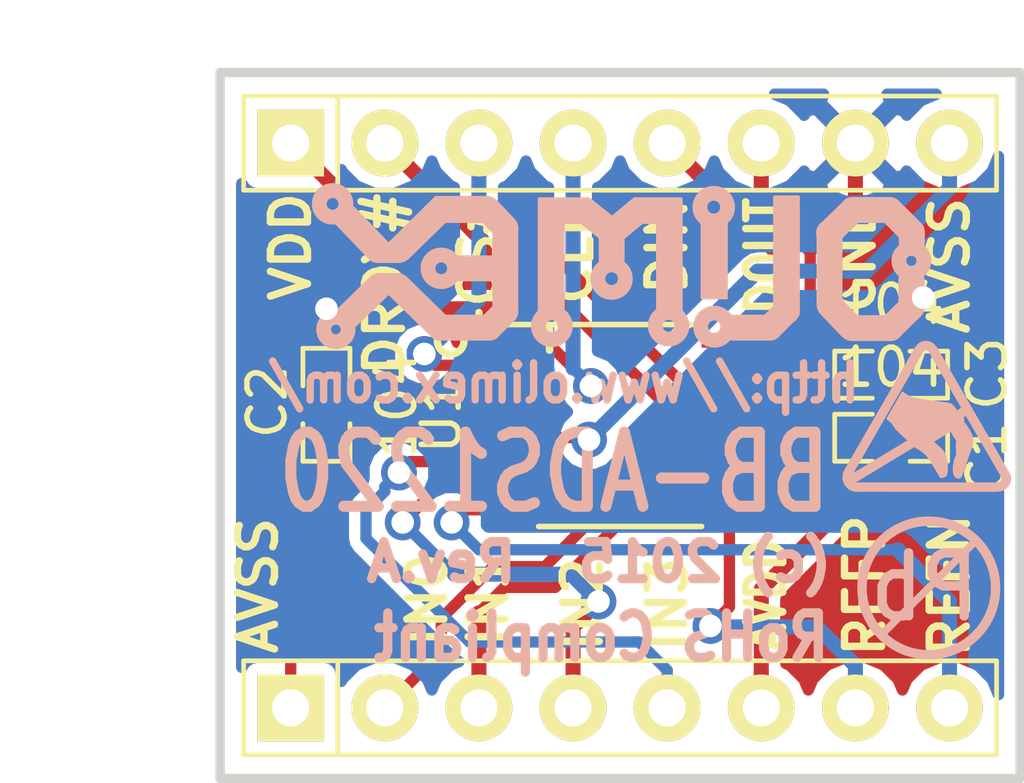
<source format=kicad_pcb>
(kicad_pcb (version 4) (host pcbnew 0.201506092247+5726~23~ubuntu14.04.1-product)

  (general
    (links 23)
    (no_connects 0)
    (area 131.8018 101.9518 159.512001 126.5982)
    (thickness 1.6)
    (drawings 28)
    (tracks 111)
    (zones 0)
    (modules 10)
    (nets 16)
  )

  (page A4)
  (layers
    (0 F.Cu signal)
    (31 B.Cu signal)
    (32 B.Adhes user)
    (33 F.Adhes user)
    (34 B.Paste user)
    (35 F.Paste user)
    (36 B.SilkS user)
    (37 F.SilkS user)
    (38 B.Mask user)
    (39 F.Mask user)
    (40 Dwgs.User user)
    (41 Cmts.User user)
    (42 Eco1.User user)
    (43 Eco2.User user)
    (44 Edge.Cuts user)
    (45 Margin user)
    (46 B.CrtYd user)
    (47 F.CrtYd user)
    (48 B.Fab user)
    (49 F.Fab user)
  )

  (setup
    (last_trace_width 0.3048)
    (trace_clearance 0.2032)
    (zone_clearance 0.3048)
    (zone_45_only no)
    (trace_min 0.2)
    (segment_width 0.2)
    (edge_width 0.1)
    (via_size 0.9652)
    (via_drill 0.6096)
    (via_min_size 0.4)
    (via_min_drill 0.3)
    (uvia_size 0.3)
    (uvia_drill 0.1)
    (uvias_allowed no)
    (uvia_min_size 0)
    (uvia_min_drill 0)
    (pcb_text_width 0.3)
    (pcb_text_size 1 1)
    (mod_edge_width 0.15)
    (mod_text_size 1 1)
    (mod_text_width 0.15)
    (pad_size 1.5 1.5)
    (pad_drill 0.6)
    (pad_to_mask_clearance 0.0508)
    (solder_mask_min_width 0.0508)
    (pad_to_paste_clearance -0.0508)
    (aux_axis_origin 159.38 123.81)
    (grid_origin 159.38 123.81)
    (visible_elements FFFEFF7F)
    (pcbplotparams
      (layerselection 0x000f8_00000000)
      (usegerberextensions false)
      (excludeedgelayer false)
      (linewidth 0.100000)
      (plotframeref false)
      (viasonmask false)
      (mode 1)
      (useauxorigin false)
      (hpglpennumber 1)
      (hpglpenspeed 20)
      (hpglpendiameter 15)
      (hpglpenoverlay 2)
      (psnegative false)
      (psa4output false)
      (plotreference true)
      (plotvalue false)
      (plotinvisibletext false)
      (padsonsilk false)
      (subtractmaskfromsilk false)
      (outputformat 1)
      (mirror false)
      (drillshape 0)
      (scaleselection 1)
      (outputdirectory pickandplace/))
  )

  (net 0 "")
  (net 1 GND)
  (net 2 "Net-(C1-Pad2)")
  (net 3 /AVSS)
  (net 4 "Net-(C3-Pad2)")
  (net 5 "Net-(P1-Pad2)")
  (net 6 "Net-(P1-Pad3)")
  (net 7 "Net-(P1-Pad4)")
  (net 8 "Net-(P1-Pad5)")
  (net 9 /REFP)
  (net 10 /REFN)
  (net 11 "Net-(P2-Pad2)")
  (net 12 "Net-(P2-Pad3)")
  (net 13 "Net-(P2-Pad4)")
  (net 14 "Net-(P2-Pad5)")
  (net 15 "Net-(P2-Pad6)")

  (net_class Default "This is the default net class."
    (clearance 0.2032)
    (trace_width 0.3048)
    (via_dia 0.9652)
    (via_drill 0.6096)
    (uvia_dia 0.3)
    (uvia_drill 0.1)
    (add_net /AVSS)
    (add_net /REFN)
    (add_net /REFP)
    (add_net GND)
    (add_net "Net-(C1-Pad2)")
    (add_net "Net-(C3-Pad2)")
    (add_net "Net-(P1-Pad2)")
    (add_net "Net-(P1-Pad3)")
    (add_net "Net-(P1-Pad4)")
    (add_net "Net-(P1-Pad5)")
    (add_net "Net-(P2-Pad2)")
    (add_net "Net-(P2-Pad3)")
    (add_net "Net-(P2-Pad4)")
    (add_net "Net-(P2-Pad5)")
    (add_net "Net-(P2-Pad6)")
  )

  (module kicad_wrk:C_0603 (layer F.Cu) (tedit 550FE071) (tstamp 55306B37)
    (at 155.9052 114.6302 180)
    (descr "Resistor SMD 0603, reflow soldering, Vishay (see dcrcw.pdf)")
    (tags "resistor 0603")
    (path /550FCD51)
    (attr smd)
    (fp_text reference C1 (at -2.5908 -0.5588 270) (layer F.SilkS)
      (effects (font (size 1 1) (thickness 0.15)))
    )
    (fp_text value 104 (at 0 1.9 180) (layer F.SilkS)
      (effects (font (size 1 1) (thickness 0.15)))
    )
    (fp_line (start 0.508 -0.635) (end 1.524 -0.635) (layer F.SilkS) (width 0.127))
    (fp_line (start 1.524 -0.635) (end 1.524 0.635) (layer F.SilkS) (width 0.127))
    (fp_line (start 1.524 0.635) (end 0.508 0.635) (layer F.SilkS) (width 0.127))
    (fp_line (start -1.524 -0.635) (end -1.524 0.635) (layer F.SilkS) (width 0.127))
    (fp_line (start -1.524 0.635) (end -0.508 0.635) (layer F.SilkS) (width 0.127))
    (fp_line (start -1.524 -0.635) (end -0.508 -0.635) (layer F.SilkS) (width 0.127))
    (pad 1 smd rect (at -0.889 0 180) (size 1.016 1.016) (layers F.Cu F.Paste F.Mask)
      (net 1 GND))
    (pad 2 smd rect (at 0.889 0 180) (size 1.016 1.016) (layers F.Cu F.Paste F.Mask)
      (net 2 "Net-(C1-Pad2)"))
    (model Resistors_SMD/R_0603.wrl
      (at (xyz 0 0 0))
      (scale (xyz 1 1 1))
      (rotate (xyz 0 0 0))
    )
  )

  (module kicad_wrk:C_0603 (layer F.Cu) (tedit 550FE05A) (tstamp 55306B43)
    (at 140.6652 113.7412 90)
    (descr "Resistor SMD 0603, reflow soldering, Vishay (see dcrcw.pdf)")
    (tags "resistor 0603")
    (path /550FCD22)
    (attr smd)
    (fp_text reference C2 (at 0.0762 -1.6002 270) (layer F.SilkS)
      (effects (font (size 1 1) (thickness 0.15)))
    )
    (fp_text value 104 (at 0 1.9 90) (layer F.SilkS)
      (effects (font (size 1 1) (thickness 0.15)))
    )
    (fp_line (start 0.508 -0.635) (end 1.524 -0.635) (layer F.SilkS) (width 0.127))
    (fp_line (start 1.524 -0.635) (end 1.524 0.635) (layer F.SilkS) (width 0.127))
    (fp_line (start 1.524 0.635) (end 0.508 0.635) (layer F.SilkS) (width 0.127))
    (fp_line (start -1.524 -0.635) (end -1.524 0.635) (layer F.SilkS) (width 0.127))
    (fp_line (start -1.524 0.635) (end -0.508 0.635) (layer F.SilkS) (width 0.127))
    (fp_line (start -1.524 -0.635) (end -0.508 -0.635) (layer F.SilkS) (width 0.127))
    (pad 1 smd rect (at -0.889 0 90) (size 1.016 1.016) (layers F.Cu F.Paste F.Mask)
      (net 3 /AVSS))
    (pad 2 smd rect (at 0.889 0 90) (size 1.016 1.016) (layers F.Cu F.Paste F.Mask)
      (net 1 GND))
    (model Resistors_SMD/R_0603.wrl
      (at (xyz 0 0 0))
      (scale (xyz 1 1 1))
      (rotate (xyz 0 0 0))
    )
  )

  (module kicad_wrk:C_0603 (layer F.Cu) (tedit 550FE077) (tstamp 55306B4F)
    (at 155.9052 112.9284 180)
    (descr "Resistor SMD 0603, reflow soldering, Vishay (see dcrcw.pdf)")
    (tags "resistor 0603")
    (path /550FCD81)
    (attr smd)
    (fp_text reference C3 (at -2.5908 0.0254 270) (layer F.SilkS)
      (effects (font (size 1 1) (thickness 0.15)))
    )
    (fp_text value 104 (at 0 1.9 180) (layer F.SilkS)
      (effects (font (size 1 1) (thickness 0.15)))
    )
    (fp_line (start 0.508 -0.635) (end 1.524 -0.635) (layer F.SilkS) (width 0.127))
    (fp_line (start 1.524 -0.635) (end 1.524 0.635) (layer F.SilkS) (width 0.127))
    (fp_line (start 1.524 0.635) (end 0.508 0.635) (layer F.SilkS) (width 0.127))
    (fp_line (start -1.524 -0.635) (end -1.524 0.635) (layer F.SilkS) (width 0.127))
    (fp_line (start -1.524 0.635) (end -0.508 0.635) (layer F.SilkS) (width 0.127))
    (fp_line (start -1.524 -0.635) (end -0.508 -0.635) (layer F.SilkS) (width 0.127))
    (pad 1 smd rect (at -0.889 0 180) (size 1.016 1.016) (layers F.Cu F.Paste F.Mask)
      (net 1 GND))
    (pad 2 smd rect (at 0.889 0 180) (size 1.016 1.016) (layers F.Cu F.Paste F.Mask)
      (net 4 "Net-(C3-Pad2)"))
    (model Resistors_SMD/R_0603.wrl
      (at (xyz 0 0 0))
      (scale (xyz 1 1 1))
      (rotate (xyz 0 0 0))
    )
  )

  (module kicad_wrk:SIP8_Housing (layer F.Cu) (tedit 550FE097) (tstamp 55306B66)
    (at 149.86 121.92)
    (descr SIP8)
    (tags SIP8)
    (path /550FCF8D)
    (fp_text reference "" (at -16.383 -4.953) (layer F.SilkS)
      (effects (font (size 1 1) (thickness 0.15)))
    )
    (fp_text value CONN_01X08 (at -0.1 3.7) (layer F.SilkS) hide
      (effects (font (size 1 1) (thickness 0.15)))
    )
    (fp_line (start -8.89 -1.27) (end -8.89 1.27) (layer F.SilkS) (width 0.127))
    (fp_line (start -11.43 -1.27) (end 8.89 -1.27) (layer F.SilkS) (width 0.127))
    (fp_line (start 8.89 -1.27) (end 8.89 1.27) (layer F.SilkS) (width 0.127))
    (fp_line (start 8.89 1.27) (end -11.43 1.27) (layer F.SilkS) (width 0.127))
    (fp_line (start -11.43 1.27) (end -11.43 -1.27) (layer F.SilkS) (width 0.127))
    (pad 1 thru_hole rect (at -10.16 0 90) (size 1.8 1.8) (drill 1) (layers *.Cu *.Mask F.SilkS)
      (net 3 /AVSS))
    (pad 2 thru_hole circle (at -7.62 0 90) (size 1.8 1.8) (drill 1) (layers *.Cu *.Mask F.SilkS)
      (net 5 "Net-(P1-Pad2)"))
    (pad 3 thru_hole circle (at -5.08 0 90) (size 1.8 1.8) (drill 1) (layers *.Cu *.Mask F.SilkS)
      (net 6 "Net-(P1-Pad3)"))
    (pad 4 thru_hole circle (at -2.54 0 90) (size 1.8 1.8) (drill 1) (layers *.Cu *.Mask F.SilkS)
      (net 7 "Net-(P1-Pad4)"))
    (pad 5 thru_hole circle (at 0 0 90) (size 1.8 1.8) (drill 1) (layers *.Cu *.Mask F.SilkS)
      (net 8 "Net-(P1-Pad5)"))
    (pad 6 thru_hole circle (at 2.54 0 90) (size 1.8 1.8) (drill 1) (layers *.Cu *.Mask F.SilkS)
      (net 2 "Net-(C1-Pad2)"))
    (pad 7 thru_hole circle (at 5.08 0 90) (size 1.8 1.8) (drill 1) (layers *.Cu *.Mask F.SilkS)
      (net 9 /REFP))
    (pad 8 thru_hole circle (at 7.62 0 90) (size 1.8 1.8) (drill 1) (layers *.Cu *.Mask F.SilkS)
      (net 10 /REFN))
    (model Housings_SIP/SIP9_Housing.wrl
      (at (xyz 0 0 0))
      (scale (xyz 0.3937 0.3937 0.3937))
      (rotate (xyz 0 0 0))
    )
  )

  (module kicad_wrk:SIP8_Housing (layer F.Cu) (tedit 550FE0A7) (tstamp 55306B7D)
    (at 149.86 106.68)
    (descr SIP8)
    (tags SIP8)
    (path /550FD25A)
    (fp_text reference "" (at 0 -3.6) (layer F.SilkS)
      (effects (font (size 1 1) (thickness 0.15)))
    )
    (fp_text value CONN_01X08 (at -0.1 3.7) (layer F.SilkS) hide
      (effects (font (size 1 1) (thickness 0.15)))
    )
    (fp_line (start -8.89 -1.27) (end -8.89 1.27) (layer F.SilkS) (width 0.127))
    (fp_line (start -11.43 -1.27) (end 8.89 -1.27) (layer F.SilkS) (width 0.127))
    (fp_line (start 8.89 -1.27) (end 8.89 1.27) (layer F.SilkS) (width 0.127))
    (fp_line (start 8.89 1.27) (end -11.43 1.27) (layer F.SilkS) (width 0.127))
    (fp_line (start -11.43 1.27) (end -11.43 -1.27) (layer F.SilkS) (width 0.127))
    (pad 1 thru_hole rect (at -10.16 0 90) (size 1.8 1.8) (drill 1) (layers *.Cu *.Mask F.SilkS)
      (net 4 "Net-(C3-Pad2)"))
    (pad 2 thru_hole circle (at -7.62 0 90) (size 1.8 1.8) (drill 1) (layers *.Cu *.Mask F.SilkS)
      (net 11 "Net-(P2-Pad2)"))
    (pad 3 thru_hole circle (at -5.08 0 90) (size 1.8 1.8) (drill 1) (layers *.Cu *.Mask F.SilkS)
      (net 12 "Net-(P2-Pad3)"))
    (pad 4 thru_hole circle (at -2.54 0 90) (size 1.8 1.8) (drill 1) (layers *.Cu *.Mask F.SilkS)
      (net 13 "Net-(P2-Pad4)"))
    (pad 5 thru_hole circle (at 0 0 90) (size 1.8 1.8) (drill 1) (layers *.Cu *.Mask F.SilkS)
      (net 14 "Net-(P2-Pad5)"))
    (pad 6 thru_hole circle (at 2.54 0 90) (size 1.8 1.8) (drill 1) (layers *.Cu *.Mask F.SilkS)
      (net 15 "Net-(P2-Pad6)"))
    (pad 7 thru_hole circle (at 5.08 0 90) (size 1.8 1.8) (drill 1) (layers *.Cu *.Mask F.SilkS)
      (net 1 GND))
    (pad 8 thru_hole circle (at 7.62 0 90) (size 1.8 1.8) (drill 1) (layers *.Cu *.Mask F.SilkS)
      (net 3 /AVSS))
    (model Housings_SIP/SIP9_Housing.wrl
      (at (xyz 0 0 0))
      (scale (xyz 0.3937 0.3937 0.3937))
      (rotate (xyz 0 0 0))
    )
  )

  (module kicad_wrk:TSSOP-16_4.4x5mm_Pitch0.65mm (layer F.Cu) (tedit 550FE06D) (tstamp 55306B91)
    (at 148.59 114.3)
    (descr "16-Lead Plastic Thin Shrink Small Outline (ST)-4.4 mm Body [TSSOP] (see Microchip Packaging Specification 00000049BS.pdf)")
    (tags "SSOP 0.65")
    (path /550FCCB7)
    (attr smd)
    (fp_text reference U1 (at -4.826 -0.254 90) (layer F.SilkS)
      (effects (font (size 1 1) (thickness 0.15)))
    )
    (fp_text value ADS1220 (at 0 3.55) (layer F.Fab)
      (effects (font (size 1 1) (thickness 0.15)))
    )
    (fp_line (start -3.95 -2.8) (end -3.95 2.8) (layer F.CrtYd) (width 0.05))
    (fp_line (start 3.95 -2.8) (end 3.95 2.8) (layer F.CrtYd) (width 0.05))
    (fp_line (start -3.95 -2.8) (end 3.95 -2.8) (layer F.CrtYd) (width 0.05))
    (fp_line (start -3.95 2.8) (end 3.95 2.8) (layer F.CrtYd) (width 0.05))
    (fp_line (start -2.2 2.725) (end 2.2 2.725) (layer F.SilkS) (width 0.15))
    (fp_line (start -3.775 -2.725) (end 2.2 -2.725) (layer F.SilkS) (width 0.15))
    (pad 1 smd rect (at -2.95 -2.275) (size 1.5 0.35) (layers F.Cu F.Paste F.Mask)
      (net 13 "Net-(P2-Pad4)"))
    (pad 2 smd rect (at -2.95 -1.625) (size 1.5 0.35) (layers F.Cu F.Paste F.Mask)
      (net 12 "Net-(P2-Pad3)"))
    (pad 3 smd rect (at -2.95 -0.975) (size 1.5 0.35) (layers F.Cu F.Paste F.Mask)
      (net 1 GND))
    (pad 4 smd rect (at -2.95 -0.325) (size 1.5 0.35) (layers F.Cu F.Paste F.Mask)
      (net 1 GND))
    (pad 5 smd rect (at -2.95 0.325) (size 1.5 0.35) (layers F.Cu F.Paste F.Mask)
      (net 3 /AVSS))
    (pad 6 smd rect (at -2.95 0.975) (size 1.5 0.35) (layers F.Cu F.Paste F.Mask)
      (net 8 "Net-(P1-Pad5)"))
    (pad 7 smd rect (at -2.95 1.625) (size 1.5 0.35) (layers F.Cu F.Paste F.Mask)
      (net 7 "Net-(P1-Pad4)"))
    (pad 8 smd rect (at -2.95 2.275) (size 1.5 0.35) (layers F.Cu F.Paste F.Mask)
      (net 10 /REFN))
    (pad 9 smd rect (at 2.95 2.275) (size 1.5 0.35) (layers F.Cu F.Paste F.Mask)
      (net 9 /REFP))
    (pad 10 smd rect (at 2.95 1.625) (size 1.5 0.35) (layers F.Cu F.Paste F.Mask)
      (net 6 "Net-(P1-Pad3)"))
    (pad 11 smd rect (at 2.95 0.975) (size 1.5 0.35) (layers F.Cu F.Paste F.Mask)
      (net 5 "Net-(P1-Pad2)"))
    (pad 12 smd rect (at 2.95 0.325) (size 1.5 0.35) (layers F.Cu F.Paste F.Mask)
      (net 2 "Net-(C1-Pad2)"))
    (pad 13 smd rect (at 2.95 -0.325) (size 1.5 0.35) (layers F.Cu F.Paste F.Mask)
      (net 4 "Net-(C3-Pad2)"))
    (pad 14 smd rect (at 2.95 -0.975) (size 1.5 0.35) (layers F.Cu F.Paste F.Mask)
      (net 11 "Net-(P2-Pad2)"))
    (pad 15 smd rect (at 2.95 -1.625) (size 1.5 0.35) (layers F.Cu F.Paste F.Mask)
      (net 15 "Net-(P2-Pad6)"))
    (pad 16 smd rect (at 2.95 -2.275) (size 1.5 0.35) (layers F.Cu F.Paste F.Mask)
      (net 14 "Net-(P2-Pad5)"))
    (model Housings_SSOP.3dshapes/TSSOP-16_4.4x5mm_Pitch0.65mm.wrl
      (at (xyz 0 0 0))
      (scale (xyz 1 1 1))
      (rotate (xyz 0 0 0))
    )
  )

  (module OLIMEX_Other-FP:Fiducial1x3 (layer F.Cu) (tedit 554098FB) (tstamp 553F8157)
    (at 141.0208 119.3038)
    (fp_text reference "" (at -8.9408 -0.9398) (layer F.SilkS)
      (effects (font (size 1 1) (thickness 0.15)))
    )
    (fp_text value "" (at 0 -3) (layer F.Fab)
      (effects (font (size 1 1) (thickness 0.15)))
    )
    (fp_circle (center 0 0) (end 1.5 0) (layer Dwgs.User) (width 0.254))
    (pad Fid1 connect circle (at 0 0) (size 1 1) (layers F.Cu F.Mask)
      (solder_mask_margin 0.9652) (clearance 1.016) (zone_connect 0))
  )

  (module OLIMEX_LOGOs-FP:OLIMEX_LOGO_TB (layer B.Cu) (tedit 5530FAE4) (tstamp 554153E0)
    (at 148.463 109.982 180)
    (fp_text reference OLIMEX_LOGO** (at -2.4003 3.0607 180) (layer B.SilkS) hide
      (effects (font (size 1 1) (thickness 0.15)) (justify mirror))
    )
    (fp_text value OLIMEX_LOGO_TB (at -1.6637 -3.7084 180) (layer B.Fab) hide
      (effects (font (size 1 1) (thickness 0.15)) (justify mirror))
    )
    (fp_line (start 3.4163 1.8288) (end 4.7879 1.8288) (layer B.SilkS) (width 0.1))
    (fp_line (start 4.7879 1.8288) (end 4.8387 1.8288) (layer B.SilkS) (width 0.1))
    (fp_line (start 4.8387 1.8288) (end 6.096 0.5842) (layer B.SilkS) (width 0.1))
    (fp_line (start 1.8923 1.7145) (end 1.9939 1.7145) (layer B.SilkS) (width 0.1))
    (fp_line (start 2.0447 1.778) (end 2.0447 1.7907) (layer B.SilkS) (width 0.1))
    (fp_line (start 2.0447 1.7907) (end 0.7493 1.7907) (layer B.SilkS) (width 0.1))
    (fp_line (start 0.7493 1.7907) (end 0.7239 1.7907) (layer B.SilkS) (width 0.1))
    (fp_line (start 0.7239 1.7907) (end 0.1016 1.2954) (layer B.SilkS) (width 0.1))
    (fp_line (start 2.0447 -1.2319) (end 2.0447 1.778) (layer B.SilkS) (width 0.1))
    (fp_line (start -1.6129 1.7272) (end -1.6891 1.7272) (layer B.SilkS) (width 0.1))
    (fp_line (start -1.7653 1.7907) (end -0.5207 1.7907) (layer B.SilkS) (width 0.1))
    (fp_line (start -0.5207 1.7907) (end 0.0635 1.3081) (layer B.SilkS) (width 0.1))
    (fp_line (start -1.7653 -1.2065) (end -1.7653 1.778) (layer B.SilkS) (width 0.1))
    (fp_line (start -2.5019 -0.8001) (end -2.413 -0.8001) (layer B.SilkS) (width 0.1))
    (fp_line (start -2.8448 -0.8001) (end -2.9083 -0.8001) (layer B.SilkS) (width 0.1))
    (fp_line (start -2.9845 -0.8636) (end -2.3749 -0.8636) (layer B.SilkS) (width 0.1))
    (fp_line (start -2.3749 -0.8636) (end -2.3495 -0.8636) (layer B.SilkS) (width 0.1))
    (fp_line (start -2.3495 -0.8636) (end -2.3495 1.1557) (layer B.SilkS) (width 0.1))
    (fp_line (start -2.9845 1.1557) (end -2.9845 -0.8636) (layer B.SilkS) (width 0.1))
    (fp_line (start -4.4831 1.7653) (end -4.3688 1.7653) (layer B.SilkS) (width 0.1))
    (fp_line (start -4.6101 1.8415) (end -4.3053 1.8415) (layer B.SilkS) (width 0.1))
    (fp_line (start -4.3053 1.8415) (end -4.3053 -1.1938) (layer B.SilkS) (width 0.1))
    (fp_line (start -4.7879 1.7526) (end -4.8514 1.7653) (layer B.SilkS) (width 0.1))
    (fp_line (start -4.9022 1.8415) (end -4.9149 1.8415) (layer B.SilkS) (width 0.1))
    (fp_line (start -4.9149 1.8415) (end -4.9276 1.8415) (layer B.SilkS) (width 0.1))
    (fp_line (start -4.9276 1.8415) (end -4.9276 -1.3081) (layer B.SilkS) (width 0.1))
    (fp_line (start -4.6228 1.8415) (end -4.9022 1.8415) (layer B.SilkS) (width 0.1))
    (fp_line (start -4.6228 -1.2319) (end -4.6228 1.4986) (layer B.SilkS) (width 0.7))
    (fp_line (start 1.7145 1.4859) (end 1.7145 -1.1176) (layer B.SilkS) (width 0.7))
    (fp_line (start -6.4008 1.4986) (end -7.4041 1.4986) (layer B.SilkS) (width 0.7))
    (fp_line (start -5.7785 0.889) (end -5.7785 -1.0414) (layer B.SilkS) (width 0.7))
    (fp_line (start -8.001 0.8509) (end -8.001 0.6096) (layer B.SilkS) (width 0.7))
    (fp_line (start -8.001 -1.1176) (end -7.4168 -1.6891) (layer B.SilkS) (width 0.7))
    (fp_line (start -7.9883 -1.1303) (end -7.9883 -0.3683) (layer B.SilkS) (width 0.7))
    (fp_line (start -7.4295 -1.6891) (end -6.3881 -1.6891) (layer B.SilkS) (width 0.7))
    (fp_circle (center 4.699 -0.0762) (end 4.9657 0.1651) (layer B.SilkS) (width 0.4))
    (fp_line (start 4.191 -0.0762) (end 2.9718 -0.0762) (layer B.SilkS) (width 0.7))
    (fp_circle (center 7.6327 1.6637) (end 7.9375 1.8542) (layer B.SilkS) (width 0.4))
    (fp_line (start 7.2644 1.3081) (end 6.4008 0.4144) (layer B.SilkS) (width 0.7))
    (fp_line (start 5.842 0.3175) (end 6.4008 0.3175) (layer B.SilkS) (width 0.5))
    (fp_line (start 4.7244 1.4986) (end 5.8166 0.4318) (layer B.SilkS) (width 0.7))
    (fp_line (start 3.5025 1.4986) (end 4.7244 1.4986) (layer B.SilkS) (width 0.7))
    (fp_line (start 2.9718 1.016) (end 3.4544 1.524) (layer B.SilkS) (width 0.7))
    (fp_line (start 2.9718 0.9906) (end 2.9718 -1.2446) (layer B.SilkS) (width 0.7))
    (fp_line (start 2.9718 -1.2446) (end 3.4036 -1.6764) (layer B.SilkS) (width 0.7))
    (fp_line (start 3.4036 -1.6764) (end 4.7244 -1.6764) (layer B.SilkS) (width 0.7))
    (fp_line (start 4.7244 -1.6764) (end 5.8674 -0.5588) (layer B.SilkS) (width 0.7))
    (fp_line (start 5.8674 -0.4572) (end 6.4008 -0.4572) (layer B.SilkS) (width 0.5))
    (fp_line (start 7.2136 -1.3716) (end 6.3754 -0.5588) (layer B.SilkS) (width 0.7))
    (fp_circle (center 7.5438 -1.7272) (end 7.8359 -1.5748) (layer B.SilkS) (width 0.4))
    (fp_circle (center 1.7145 -1.6383) (end 1.9304 -1.3462) (layer B.SilkS) (width 0.4))
    (fp_line (start 0.8128 1.4732) (end 1.7018 1.4732) (layer B.SilkS) (width 0.7))
    (fp_circle (center 0.1016 -0.3556) (end 0.3302 -0.0635) (layer B.SilkS) (width 0.4))
    (fp_line (start 0.1778 0.9652) (end 0.8128 1.4732) (layer B.SilkS) (width 0.7))
    (fp_line (start 0.1016 0.1778) (end 0.1016 0.889) (layer B.SilkS) (width 0.7))
    (fp_line (start -0.6096 1.4732) (end 0 0.9652) (layer B.SilkS) (width 0.7))
    (fp_line (start -1.4478 1.4732) (end -0.6096 1.4732) (layer B.SilkS) (width 0.7))
    (fp_line (start -1.4478 -1.1176) (end -1.4478 1.4732) (layer B.SilkS) (width 0.7))
    (fp_circle (center -1.4351 -1.6256) (end -1.1938 -1.3589) (layer B.SilkS) (width 0.4))
    (fp_circle (center -2.6543 1.5748) (end -2.54 1.9304) (layer B.SilkS) (width 0.4))
    (fp_line (start -2.667 1.0414) (end -2.667 -0.5588) (layer B.SilkS) (width 0.7))
    (fp_circle (center -2.667 -1.651) (end -2.4638 -1.3462) (layer B.SilkS) (width 0.4))
    (fp_line (start -3.1798 -1.6764) (end -4.1656 -1.6764) (layer B.SilkS) (width 0.7))
    (fp_line (start -4.1656 -1.6764) (end -4.6228 -1.2192) (layer B.SilkS) (width 0.7))
    (fp_line (start -5.7912 -1.0795) (end -6.35 -1.6637) (layer B.SilkS) (width 0.7))
    (fp_line (start -6.4008 1.4859) (end -5.7658 0.8763) (layer B.SilkS) (width 0.7))
    (fp_line (start -8.001 0.9017) (end -7.493 1.4097) (layer B.SilkS) (width 0.7))
    (fp_circle (center -7.9883 0.127) (end -7.6708 0.2413) (layer B.SilkS) (width 0.4))
  )

  (module OLIMEX_LOGOs-FP:LOGO_ANTISTATIC_SMALL_4.5mmX2.8mm (layer B.Cu) (tedit 55409618) (tstamp 554167ED)
    (at 156.845 114.046 180)
    (fp_text reference "" (at 0 3.0226 180) (layer B.SilkS)
      (effects (font (size 1 1) (thickness 0.15)) (justify mirror))
    )
    (fp_text value "" (at -0.02286 -3.302 180) (layer B.Fab)
      (effects (font (size 1 1) (thickness 0.15)) (justify mirror))
    )
    (fp_line (start -0.90678 -0.10414) (end 0.19812 -0.76962) (layer B.SilkS) (width 0.254))
    (fp_line (start -1.12014 0.1778) (end 2.09296 -1.76276) (layer B.SilkS) (width 0.254))
    (fp_line (start -0.4445 -1.52146) (end -0.24638 -1.1303) (layer B.SilkS) (width 0.254))
    (fp_line (start -0.24638 -1.1303) (end 0.06096 -0.80518) (layer B.SilkS) (width 0.254))
    (fp_line (start 0.00508 -0.70358) (end -0.35052 -1.0287) (layer B.SilkS) (width 0.254))
    (fp_line (start -0.35052 -1.0287) (end -0.42418 -1.27254) (layer B.SilkS) (width 0.254))
    (fp_line (start -0.42418 -1.27254) (end -0.4445 -1.52146) (layer B.SilkS) (width 0.254))
    (fp_line (start -0.97028 -1.04394) (end -0.87884 -1.36906) (layer B.SilkS) (width 0.254))
    (fp_line (start -0.9525 -0.635) (end -0.97028 -1.03632) (layer B.SilkS) (width 0.254))
    (fp_line (start -1.14808 -0.67818) (end -0.8763 -1.5113) (layer B.SilkS) (width 0.254))
    (fp_line (start -0.76454 -0.27432) (end -1.05156 -0.71374) (layer B.SilkS) (width 0.254))
    (fp_line (start -0.91948 -0.22352) (end -1.12014 -0.59944) (layer B.SilkS) (width 0.254))
    (fp_line (start 0.77216 -0.1397) (end 0.59436 -0.36068) (layer B.SilkS) (width 0.254))
    (fp_line (start 0.5969 0.4826) (end 0.77724 0.18542) (layer B.SilkS) (width 0.254))
    (fp_line (start -0.58928 0.22098) (end 0.38862 0.36576) (layer B.SilkS) (width 0.254))
    (fp_line (start 0.51308 0.4318) (end 0.73914 0.2413) (layer B.SilkS) (width 0.254))
    (fp_line (start 0.35814 0.36576) (end 0.89408 -0.02032) (layer B.SilkS) (width 0.254))
    (fp_line (start 0.09398 0.32258) (end 0.79248 -0.13716) (layer B.SilkS) (width 0.254))
    (fp_line (start -0.20828 0.28702) (end 0.68072 -0.28702) (layer B.SilkS) (width 0.254))
    (fp_line (start -0.48006 0.21844) (end 0.54356 -0.4191) (layer B.SilkS) (width 0.254))
    (fp_line (start -0.6858 0.1524) (end 0.4572 -0.51308) (layer B.SilkS) (width 0.254))
    (fp_line (start 0.8128 -0.3302) (end 0.6985 -0.4445) (layer B.SilkS) (width 0.05))
    (fp_line (start 0.70104 -0.44196) (end 0.49022 -0.64008) (layer B.SilkS) (width 0.05))
    (fp_line (start 0.90678 -0.1905) (end 0.80772 -0.33274) (layer B.SilkS) (width 0.05))
    (fp_line (start 1.0414 -0.06604) (end 0.90932 -0.18796) (layer B.SilkS) (width 0.05))
    (fp_line (start 0.63754 0.63246) (end 1.0414 -0.06604) (layer B.SilkS) (width 0.05))
    (fp_line (start 0.45974 0.52324) (end 0.63246 0.63246) (layer B.SilkS) (width 0.05))
    (fp_line (start 0.34544 0.47498) (end 0.45974 0.52324) (layer B.SilkS) (width 0.05))
    (fp_line (start 0.07112 0.42926) (end 0.3429 0.47752) (layer B.SilkS) (width 0.05))
    (fp_line (start -0.59182 0.34036) (end 0.07112 0.42926) (layer B.SilkS) (width 0.05))
    (fp_line (start -0.66294 0.32004) (end -0.59182 0.34036) (layer B.SilkS) (width 0.05))
    (fp_line (start -0.69596 0.29718) (end -0.66294 0.32004) (layer B.SilkS) (width 0.05))
    (fp_line (start -0.74168 0.24892) (end -0.6985 0.29464) (layer B.SilkS) (width 0.05))
    (fp_line (start -0.83566 0.12954) (end -0.74168 0.24892) (layer B.SilkS) (width 0.05))
    (fp_line (start -1.16586 -0.3937) (end -1.03378 -0.1905) (layer B.SilkS) (width 0.05))
    (fp_line (start -1.23444 -0.53) (end -1.16586 -0.39) (layer B.SilkS) (width 0.05))
    (fp_line (start -1.24968 -0.62484) (end -1.23444 -0.5334) (layer B.SilkS) (width 0.05))
    (fp_line (start -1.24968 -0.74168) (end -1.24968 -0.62738) (layer B.SilkS) (width 0.05))
    (fp_line (start -1.23698 -0.80518) (end -1.24968 -0.74422) (layer B.SilkS) (width 0.05))
    (fp_line (start -0.94742 -1.61798) (end -1.23444 -0.80264) (layer B.SilkS) (width 0.05))
    (fp_line (start -0.91948 -1.64846) (end -0.94742 -1.61798) (layer B.SilkS) (width 0.05))
    (fp_line (start -0.87376 -1.66624) (end -0.9144 -1.651) (layer B.SilkS) (width 0.05))
    (fp_line (start -0.83312 -1.65608) (end -0.87376 -1.66624) (layer B.SilkS) (width 0.05))
    (fp_line (start -0.79248 -1.62306) (end -0.83312 -1.65608) (layer B.SilkS) (width 0.05))
    (fp_line (start -0.762 -1.55448) (end -0.79248 -1.62306) (layer B.SilkS) (width 0.05))
    (fp_line (start -0.74676 -1.44018) (end -0.762 -1.55448) (layer B.SilkS) (width 0.05))
    (fp_line (start -0.75438 -1.32842) (end -0.74676 -1.44018) (layer B.SilkS) (width 0.05))
    (fp_line (start -0.77724 -1.20396) (end -0.75438 -1.32842) (layer B.SilkS) (width 0.05))
    (fp_line (start -0.80772 -1.12014) (end -0.77724 -1.20396) (layer B.SilkS) (width 0.05))
    (fp_line (start -0.8382 -1.06172) (end -0.80772 -1.12014) (layer B.SilkS) (width 0.05))
    (fp_line (start -0.8255 -0.7747) (end -0.8382 -1.06172) (layer B.SilkS) (width 0.05))
    (fp_line (start -0.84074 -0.70612) (end -0.8255 -0.7747) (layer B.SilkS) (width 0.05))
    (fp_line (start -0.83566 -0.6477) (end -0.8382 -0.70612) (layer B.SilkS) (width 0.05))
    (fp_line (start -0.75184 -0.52324) (end -0.83566 -0.6477) (layer B.SilkS) (width 0.05))
    (fp_line (start -0.6731 -0.38354) (end -0.75184 -0.52324) (layer B.SilkS) (width 0.05))
    (fp_line (start -0.1778 -0.68834) (end -0.6731 -0.38354) (layer B.SilkS) (width 0.05))
    (fp_line (start -0.42164 -0.90932) (end -0.17526 -0.6858) (layer B.SilkS) (width 0.05))
    (fp_line (start -0.47498 -0.98806) (end -0.42164 -0.90932) (layer B.SilkS) (width 0.05))
    (fp_line (start -0.51816 -1.07696) (end -0.47498 -0.98806) (layer B.SilkS) (width 0.05))
    (fp_line (start -0.55118 -1.20396) (end -0.51816 -1.08204) (layer B.SilkS) (width 0.05))
    (fp_line (start -0.56642 -1.33858) (end -0.55118 -1.20396) (layer B.SilkS) (width 0.05))
    (fp_line (start -0.56388 -1.46558) (end -0.56642 -1.33858) (layer B.SilkS) (width 0.05))
    (fp_line (start -0.55372 -1.53924) (end -0.56398 -1.46558) (layer B.SilkS) (width 0.05))
    (fp_line (start -0.53594 -1.5875) (end -0.55372 -1.53924) (layer B.SilkS) (width 0.05))
    (fp_line (start -0.51816 -1.61036) (end -0.53594 -1.58875) (layer B.SilkS) (width 0.05))
    (fp_line (start -0.48006 -1.63576) (end -0.51308 -1.61544) (layer B.SilkS) (width 0.05))
    (fp_line (start -0.39878 -1.64846) (end -0.47752 -1.63576) (layer B.SilkS) (width 0.05))
    (fp_line (start -0.0762 -1.11506) (end -0.1524 -1.2319) (layer B.SilkS) (width 0.05))
    (fp_line (start -0.1524 -1.2319) (end -0.39878 -1.64846) (layer B.SilkS) (width 0.05))
    (fp_line (start 0.00762 -1.02108) (end -0.0762 -1.11506) (layer B.SilkS) (width 0.05))
    (fp_line (start 0.0635 -0.97282) (end 0.00762 -1.02108) (layer B.SilkS) (width 0.05))
    (fp_line (start 0.18542 -0.88392) (end 0.0635 -0.97282) (layer B.SilkS) (width 0.05))
    (fp_arc (start 1.86436 -1.65608) (end 2.12344 -1.62052) (angle -90) (layer B.SilkS) (width 0.254))
    (fp_arc (start -1.94056 -1.68148) (end -1.95072 -1.91262) (angle -90) (layer B.SilkS) (width 0.254))
    (fp_arc (start 0 1.69926) (end -0.14478 1.84404) (angle -90) (layer B.SilkS) (width 0.254))
    (fp_line (start -2.16916 -1.63576) (end -0.1905 1.78816) (layer B.SilkS) (width 0.254))
    (fp_line (start -1.87198 -1.9177) (end 1.8923 -1.91516) (layer B.SilkS) (width 0.254))
    (fp_line (start 0.18542 1.79324) (end 2.11328 -1.55194) (layer B.SilkS) (width 0.254))
  )

  (module OLIMEX_LOGOs-FP:LOGO_PBFREE (layer B.Cu) (tedit 5540964C) (tstamp 5541698E)
    (at 156.718 118.999 180)
    (fp_text reference "" (at -0.2794 3.52552 180) (layer B.SilkS)
      (effects (font (size 1 1) (thickness 0.15)) (justify mirror))
    )
    (fp_text value "" (at 0.05588 -3.15214 180) (layer B.Fab)
      (effects (font (size 1 1) (thickness 0.15)) (justify mirror))
    )
    (fp_text user Pb (at -0.08636 0.33528 180) (layer B.SilkS)
      (effects (font (size 1.7 1.5) (thickness 0.254)) (justify mirror))
    )
    (fp_line (start -1.36398 1.47828) (end 1.06934 -0.94234) (layer B.SilkS) (width 0.2))
    (fp_circle (center -0.2032 0.31496) (end 0.90678 1.73482) (layer B.SilkS) (width 0.254))
  )

  (gr_text "(c) 2015" (at 150.876 117.983) (layer B.SilkS)
    (effects (font (size 1 1) (thickness 0.25)) (justify mirror))
  )
  (gr_text http://www.olimex.com/ (at 147.066 113.157) (layer B.SilkS)
    (effects (font (size 1 0.85) (thickness 0.2)) (justify mirror))
  )
  (gr_text Rev.A (at 143.764 117.983) (layer B.SilkS)
    (effects (font (size 1 1) (thickness 0.25)) (justify mirror))
  )
  (gr_line (start 146.685 111.633) (end 146.685 112.268) (angle 90) (layer F.SilkS) (width 0.2))
  (gr_line (start 144.78 111.252) (end 144.78 111.506) (angle 90) (layer F.SilkS) (width 0.2))
  (gr_circle (center 144.018 112.014) (end 144.272 112.268) (layer F.SilkS) (width 0.2))
  (gr_text BB-ADS1220 (at 146.812 115.57) (layer B.SilkS)
    (effects (font (size 2 1.5) (thickness 0.3)) (justify mirror))
  )
  (gr_text "RoHS Compliant" (at 148.082 120.015) (layer B.SilkS)
    (effects (font (size 1.2 1) (thickness 0.25)) (justify mirror))
  )
  (gr_text AVSS (at 157.48 109.982 90) (layer F.SilkS)
    (effects (font (size 1 1) (thickness 0.2)))
  )
  (gr_text GND (at 154.94 109.728 90) (layer F.SilkS)
    (effects (font (size 1 1) (thickness 0.2)))
  )
  (gr_text DOUT (at 152.527 109.728 90) (layer F.SilkS)
    (effects (font (size 1 0.8) (thickness 0.2)))
  )
  (gr_text DIN (at 149.86 109.474 90) (layer F.SilkS)
    (effects (font (size 1 1) (thickness 0.2)))
  )
  (gr_text CLK (at 147.32 109.601 90) (layer F.SilkS)
    (effects (font (size 1 1) (thickness 0.2)))
  )
  (gr_text CS# (at 144.78 109.601 90) (layer F.SilkS)
    (effects (font (size 1 1) (thickness 0.2)))
  )
  (gr_text DRDY# (at 142.24 110.49 90) (layer F.SilkS)
    (effects (font (size 1 1) (thickness 0.2)))
  )
  (gr_text VDD (at 139.7 109.474 90) (layer F.SilkS)
    (effects (font (size 1 1) (thickness 0.2)))
  )
  (gr_text REFN (at 157.48 118.618 90) (layer F.SilkS)
    (effects (font (size 1 1) (thickness 0.2)))
  )
  (gr_text REFP (at 155.194 118.618 90) (layer F.SilkS)
    (effects (font (size 1 1) (thickness 0.2)))
  )
  (gr_text AVDD (at 152.527 118.872 90) (layer F.SilkS)
    (effects (font (size 1 0.8) (thickness 0.2)))
  )
  (gr_text IN3 (at 149.86 119.126 90) (layer F.SilkS)
    (effects (font (size 1 1) (thickness 0.2)))
  )
  (gr_text IN2 (at 147.574 119.126 90) (layer F.SilkS)
    (effects (font (size 1 1) (thickness 0.2)))
  )
  (gr_text IN1 (at 145.034 118.999 90) (layer F.SilkS)
    (effects (font (size 1 1) (thickness 0.2)))
  )
  (gr_text IN0 (at 143.383 118.999 90) (layer F.SilkS)
    (effects (font (size 1 1) (thickness 0.2)))
  )
  (gr_text AVSS (at 138.811 118.618 90) (layer F.SilkS)
    (effects (font (size 1 1) (thickness 0.2)))
  )
  (gr_line (start 137.795 123.825) (end 137.795 104.775) (angle 90) (layer Edge.Cuts) (width 0.254))
  (gr_line (start 159.385 123.825) (end 137.795 123.825) (angle 90) (layer Edge.Cuts) (width 0.254))
  (gr_line (start 159.385 104.775) (end 159.385 123.825) (angle 90) (layer Edge.Cuts) (width 0.254))
  (gr_line (start 137.795 104.775) (end 159.385 104.775) (angle 90) (layer Edge.Cuts) (width 0.254))

  (segment (start 140.6652 112.8522) (end 140.6652 111.1504) (width 0.3048) (layer F.Cu) (net 1))
  (segment (start 156.7942 110.8456) (end 156.7942 110.6678) (width 0.3048) (layer F.Cu) (net 1) (tstamp 55306F11))
  (segment (start 156.7688 110.8456) (end 156.7942 110.8456) (width 0.3048) (layer F.Cu) (net 1) (tstamp 55306F10))
  (via (at 156.7688 110.8456) (size 0.9652) (layers F.Cu B.Cu) (net 1))
  (segment (start 151.4348 116.1796) (end 156.7688 110.8456) (width 0.4064) (layer B.Cu) (net 1) (tstamp 55306F0D))
  (segment (start 144.9578 116.1796) (end 151.4348 116.1796) (width 0.4064) (layer B.Cu) (net 1) (tstamp 55306F0B))
  (segment (start 141.9352 113.157) (end 144.9578 116.1796) (width 0.4064) (layer B.Cu) (net 1) (tstamp 55306F0A))
  (segment (start 141.9352 112.4204) (end 141.9352 113.157) (width 0.4064) (layer B.Cu) (net 1) (tstamp 55306F08))
  (segment (start 140.6652 111.1504) (end 141.9352 112.4204) (width 0.4064) (layer B.Cu) (net 1) (tstamp 55306F07))
  (via (at 140.6652 111.1504) (size 0.9652) (layers F.Cu B.Cu) (net 1))
  (segment (start 145.64 113.975) (end 145.64 113.325) (width 0.3048) (layer F.Cu) (net 1))
  (segment (start 145.64 113.325) (end 141.138 113.325) (width 0.3048) (layer F.Cu) (net 1))
  (segment (start 141.138 113.325) (end 140.6652 112.8522) (width 0.3048) (layer F.Cu) (net 1) (tstamp 55306EC9))
  (segment (start 156.7942 112.9284) (end 156.7942 110.6678) (width 0.4064) (layer F.Cu) (net 1))
  (segment (start 154.94 108.8136) (end 154.94 106.68) (width 0.4064) (layer F.Cu) (net 1) (tstamp 55306E63))
  (segment (start 156.7942 110.6678) (end 154.94 108.8136) (width 0.4064) (layer F.Cu) (net 1) (tstamp 55306E61))
  (segment (start 156.7942 114.6302) (end 156.7942 112.9284) (width 0.4064) (layer F.Cu) (net 1))
  (segment (start 155.0162 114.6302) (end 155.0162 116.1034) (width 0.4064) (layer F.Cu) (net 2))
  (segment (start 152.4 118.7196) (end 152.4 121.92) (width 0.4064) (layer F.Cu) (net 2) (tstamp 55306EB4))
  (segment (start 155.0162 116.1034) (end 152.4 118.7196) (width 0.4064) (layer F.Cu) (net 2) (tstamp 55306EB3))
  (segment (start 151.54 114.625) (end 155.011 114.625) (width 0.3048) (layer F.Cu) (net 2))
  (segment (start 155.011 114.625) (end 155.0162 114.6302) (width 0.3048) (layer F.Cu) (net 2) (tstamp 55306E4E))
  (segment (start 145.64 114.625) (end 147.6958 114.625) (width 0.3048) (layer F.Cu) (net 3))
  (segment (start 157.48 107.8992) (end 157.48 106.68) (width 0.4064) (layer B.Cu) (net 3) (tstamp 55306F01))
  (segment (start 155.2448 110.1344) (end 157.48 107.8992) (width 0.4064) (layer B.Cu) (net 3) (tstamp 55306EFF))
  (segment (start 152.2984 110.1344) (end 155.2448 110.1344) (width 0.4064) (layer B.Cu) (net 3) (tstamp 55306EFD))
  (segment (start 147.7518 114.681) (end 152.2984 110.1344) (width 0.4064) (layer B.Cu) (net 3) (tstamp 55306EFC))
  (via (at 147.7518 114.681) (size 0.9652) (layers F.Cu B.Cu) (net 3))
  (segment (start 147.6958 114.625) (end 147.7518 114.681) (width 0.3048) (layer F.Cu) (net 3) (tstamp 55306EF9))
  (segment (start 145.64 114.625) (end 140.6704 114.625) (width 0.3048) (layer F.Cu) (net 3))
  (segment (start 140.6704 114.625) (end 140.6652 114.6302) (width 0.3048) (layer F.Cu) (net 3) (tstamp 55306EC6))
  (segment (start 140.6652 114.6302) (end 140.6652 114.7318) (width 0.3048) (layer F.Cu) (net 3))
  (segment (start 139.192 116.205) (end 140.6652 114.7318) (width 0.3048) (layer F.Cu) (net 3) (tstamp 554150F2))
  (segment (start 139.192 120.015) (end 139.7 120.523) (width 0.3048) (layer F.Cu) (net 3) (tstamp 554150F5))
  (segment (start 139.192 116.205) (end 139.192 120.015) (width 0.3048) (layer F.Cu) (net 3) (tstamp 554150F3))
  (segment (start 139.7 121.92) (end 139.7 120.523) (width 0.3048) (layer F.Cu) (net 3))
  (segment (start 151.54 113.975) (end 150.043 113.975) (width 0.3048) (layer F.Cu) (net 4))
  (segment (start 143.51 110.49) (end 139.7 106.68) (width 0.4064) (layer F.Cu) (net 4) (tstamp 55306EE0))
  (segment (start 146.558 110.49) (end 143.51 110.49) (width 0.3048) (layer F.Cu) (net 4) (tstamp 55306EDE))
  (segment (start 150.043 113.975) (end 146.558 110.49) (width 0.3048) (layer F.Cu) (net 4) (tstamp 55306EDC))
  (segment (start 151.54 113.975) (end 153.9696 113.975) (width 0.3048) (layer F.Cu) (net 4))
  (segment (start 153.9696 113.975) (end 155.0162 112.9284) (width 0.3048) (layer F.Cu) (net 4) (tstamp 55306E51))
  (segment (start 149.393 115.275) (end 151.54 115.275) (width 0.3048) (layer F.Cu) (net 5))
  (segment (start 143.764 119.507) (end 143.764 120.396) (width 0.3048) (layer F.Cu) (net 5) (tstamp 554150EC))
  (segment (start 145.161 118.11) (end 143.764 119.507) (width 0.3048) (layer F.Cu) (net 5) (tstamp 554150EB))
  (segment (start 146.558 118.11) (end 145.161 118.11) (width 0.3048) (layer F.Cu) (net 5) (tstamp 554150EA))
  (segment (start 149.393 115.275) (end 146.558 118.11) (width 0.3048) (layer F.Cu) (net 5) (tstamp 554150E9))
  (segment (start 142.24 121.92) (end 143.764 120.396) (width 0.3048) (layer F.Cu) (net 5))
  (segment (start 144.78 121.92) (end 144.78 119.3546) (width 0.4064) (layer F.Cu) (net 6))
  (segment (start 149.5812 115.925) (end 146.8374 118.6688) (width 0.3048) (layer F.Cu) (net 6) (tstamp 55306E78))
  (segment (start 146.8374 118.6688) (end 145.4658 118.6688) (width 0.3048) (layer F.Cu) (net 6) (tstamp 55306E79))
  (segment (start 145.4658 118.6688) (end 144.78 119.3546) (width 0.3048) (layer F.Cu) (net 6) (tstamp 55306E7A))
  (segment (start 149.5812 115.925) (end 151.54 115.925) (width 0.3048) (layer F.Cu) (net 6))
  (segment (start 145.64 115.925) (end 143.7138 115.925) (width 0.3048) (layer F.Cu) (net 7))
  (segment (start 147.32 119.7356) (end 147.32 121.92) (width 0.4064) (layer F.Cu) (net 7) (tstamp 55306E93))
  (segment (start 148.0058 119.0498) (end 147.32 119.7356) (width 0.4064) (layer F.Cu) (net 7) (tstamp 55306E92))
  (via (at 148.0058 119.0498) (size 0.9652) (layers F.Cu B.Cu) (net 7))
  (segment (start 147.2692 118.3132) (end 148.0058 119.0498) (width 0.4064) (layer B.Cu) (net 7) (tstamp 55306E90))
  (segment (start 144.1196 118.3132) (end 147.2692 118.3132) (width 0.4064) (layer B.Cu) (net 7) (tstamp 55306E8E))
  (segment (start 142.7226 116.9162) (end 144.1196 118.3132) (width 0.3048) (layer B.Cu) (net 7) (tstamp 55306E8D))
  (via (at 142.7226 116.9162) (size 0.9652) (layers F.Cu B.Cu) (net 7))
  (segment (start 143.7138 115.925) (end 142.7226 116.9162) (width 0.3048) (layer F.Cu) (net 7) (tstamp 55306E8B))
  (segment (start 149.098 120.142) (end 149.86 120.904) (width 0.3048) (layer B.Cu) (net 8) (tstamp 55415112))
  (segment (start 149.86 120.904) (end 149.86 121.92) (width 0.3048) (layer B.Cu) (net 8) (tstamp 55415113))
  (segment (start 145.64 115.275) (end 142.916 115.275) (width 0.3048) (layer F.Cu) (net 8))
  (segment (start 144.526 120.142) (end 148.209 120.142) (width 0.3048) (layer B.Cu) (net 8) (tstamp 5541510D))
  (segment (start 141.732 117.348) (end 144.526 120.142) (width 0.3048) (layer B.Cu) (net 8) (tstamp 5541510C))
  (segment (start 141.732 116.586) (end 141.732 117.348) (width 0.3048) (layer B.Cu) (net 8) (tstamp 5541510B))
  (segment (start 142.24 116.078) (end 141.732 116.586) (width 0.3048) (layer B.Cu) (net 8) (tstamp 5541510A))
  (segment (start 142.24 115.951) (end 142.24 116.078) (width 0.3048) (layer B.Cu) (net 8) (tstamp 55415109))
  (segment (start 142.621 115.57) (end 142.24 115.951) (width 0.3048) (layer B.Cu) (net 8) (tstamp 55415108))
  (via (at 142.621 115.57) (size 0.9652) (layers F.Cu B.Cu) (net 8))
  (segment (start 142.916 115.275) (end 142.621 115.57) (width 0.3048) (layer F.Cu) (net 8) (tstamp 55415106))
  (segment (start 148.209 120.142) (end 149.098 120.142) (width 0.3048) (layer B.Cu) (net 8))
  (segment (start 151.54 116.575) (end 151.54 119.1986) (width 0.3048) (layer F.Cu) (net 9))
  (segment (start 154.94 120.777) (end 154.94 121.92) (width 0.4064) (layer B.Cu) (net 9) (tstamp 55306EC3))
  (segment (start 153.8986 119.7356) (end 154.94 120.777) (width 0.4064) (layer B.Cu) (net 9) (tstamp 55306EC2))
  (segment (start 151.0538 119.7356) (end 153.8986 119.7356) (width 0.4064) (layer B.Cu) (net 9) (tstamp 55306EC1))
  (segment (start 151.0284 119.7102) (end 151.0538 119.7356) (width 0.3048) (layer B.Cu) (net 9) (tstamp 55306EC0))
  (via (at 151.0284 119.7102) (size 0.9652) (layers F.Cu B.Cu) (net 9))
  (segment (start 151.54 119.1986) (end 151.0284 119.7102) (width 0.3048) (layer F.Cu) (net 9) (tstamp 55306EBD))
  (segment (start 145.64 116.575) (end 144.3846 116.575) (width 0.3048) (layer F.Cu) (net 10))
  (segment (start 157.48 119.0498) (end 157.48 121.92) (width 0.4064) (layer B.Cu) (net 10) (tstamp 55306E87))
  (segment (start 156.083 117.6528) (end 157.48 119.0498) (width 0.4064) (layer B.Cu) (net 10) (tstamp 55306E85))
  (segment (start 144.78 117.6528) (end 156.083 117.6528) (width 0.3048) (layer B.Cu) (net 10) (tstamp 55306E84))
  (segment (start 144.0434 116.9162) (end 144.78 117.6528) (width 0.3048) (layer B.Cu) (net 10) (tstamp 55306E83))
  (via (at 144.0434 116.9162) (size 0.9652) (layers F.Cu B.Cu) (net 10))
  (segment (start 144.3846 116.575) (end 144.0434 116.9162) (width 0.3048) (layer F.Cu) (net 10) (tstamp 55306E81))
  (segment (start 151.54 113.325) (end 150.4344 113.325) (width 0.3048) (layer F.Cu) (net 11))
  (segment (start 145.3388 109.7788) (end 142.24 106.68) (width 0.4064) (layer F.Cu) (net 11) (tstamp 55306EE7))
  (segment (start 146.8882 109.7788) (end 145.3388 109.7788) (width 0.3048) (layer F.Cu) (net 11) (tstamp 55306EE5))
  (segment (start 150.4344 113.325) (end 146.8882 109.7788) (width 0.3048) (layer F.Cu) (net 11) (tstamp 55306EE4))
  (segment (start 145.64 112.675) (end 143.6122 112.675) (width 0.3048) (layer F.Cu) (net 12))
  (segment (start 144.78 110.8964) (end 144.78 106.68) (width 0.4064) (layer B.Cu) (net 12) (tstamp 55306EEE))
  (segment (start 143.3068 112.3696) (end 144.78 110.8964) (width 0.4064) (layer B.Cu) (net 12) (tstamp 55306EED))
  (via (at 143.3068 112.3696) (size 0.9652) (layers F.Cu B.Cu) (net 12))
  (segment (start 143.6122 112.675) (end 143.3068 112.3696) (width 0.3048) (layer F.Cu) (net 12) (tstamp 55306EEB))
  (segment (start 145.64 112.025) (end 146.5944 112.025) (width 0.3048) (layer F.Cu) (net 13))
  (segment (start 147.32 112.7506) (end 147.32 106.68) (width 0.4064) (layer B.Cu) (net 13) (tstamp 55306EF6))
  (segment (start 147.8026 113.2332) (end 147.32 112.7506) (width 0.3048) (layer B.Cu) (net 13) (tstamp 55306EF5))
  (via (at 147.8026 113.2332) (size 0.9652) (layers F.Cu B.Cu) (net 13))
  (segment (start 146.5944 112.025) (end 147.8026 113.2332) (width 0.3048) (layer F.Cu) (net 13) (tstamp 55306EF2))
  (segment (start 151.54 112.025) (end 152.9224 112.025) (width 0.3048) (layer F.Cu) (net 14))
  (segment (start 153.0858 109.9058) (end 149.86 106.68) (width 0.4064) (layer F.Cu) (net 14) (tstamp 55306ED8))
  (segment (start 153.0858 111.8616) (end 153.0858 109.9058) (width 0.3048) (layer F.Cu) (net 14) (tstamp 55306ED7))
  (segment (start 152.9224 112.025) (end 153.0858 111.8616) (width 0.3048) (layer F.Cu) (net 14) (tstamp 55306ED6))
  (segment (start 152.4 106.68) (end 152.4 108.2294) (width 0.4064) (layer F.Cu) (net 15))
  (segment (start 153.3138 112.675) (end 151.54 112.675) (width 0.3048) (layer F.Cu) (net 15) (tstamp 55306ED3))
  (segment (start 153.7208 112.268) (end 153.3138 112.675) (width 0.3048) (layer F.Cu) (net 15) (tstamp 55306ED2))
  (segment (start 153.7208 109.5502) (end 153.7208 112.268) (width 0.3048) (layer F.Cu) (net 15) (tstamp 55306ED0))
  (segment (start 152.4 108.2294) (end 153.7208 109.5502) (width 0.4064) (layer F.Cu) (net 15) (tstamp 55306ECE))

  (zone (net 1) (net_name GND) (layer F.Cu) (tstamp 55306F63) (hatch edge 0.508)
    (connect_pads (clearance 0.3048))
    (min_thickness 0.3048)
    (fill yes (arc_segments 16) (thermal_gap 0.508) (thermal_bridge_width 0.508))
    (polygon
      (pts
        (xy 137.795 104.775) (xy 159.385 104.775) (xy 159.385 123.825) (xy 137.795 123.825)
      )
    )
    (filled_polygon
      (pts
        (xy 146.627974 111.422078) (xy 146.5944 111.4154) (xy 146.547356 111.4154) (xy 146.39 111.383843) (xy 144.89 111.383843)
        (xy 144.715671 111.417667) (xy 144.562452 111.518315) (xy 144.459889 111.670259) (xy 144.423843 111.85) (xy 144.423843 112.0654)
        (xy 144.197972 112.0654) (xy 144.103988 111.837941) (xy 143.839849 111.573341) (xy 143.494558 111.429963) (xy 143.120682 111.429637)
        (xy 142.775141 111.572412) (xy 142.510541 111.836551) (xy 142.367163 112.181842) (xy 142.366837 112.555718) (xy 142.509612 112.901259)
        (xy 142.773751 113.165859) (xy 143.119042 113.309237) (xy 143.492918 113.309563) (xy 143.572462 113.276695) (xy 143.6122 113.2846)
        (xy 144.471453 113.2846) (xy 144.33014 113.425914) (xy 144.293974 113.513225) (xy 144.2296 113.5776) (xy 144.2296 113.631361)
        (xy 144.23732 113.65) (xy 144.2296 113.668639) (xy 144.2296 113.7224) (xy 144.293974 113.786774) (xy 144.33014 113.874086)
        (xy 144.471453 114.0154) (xy 141.618635 114.0154) (xy 141.605533 113.947871) (xy 141.571414 113.895931) (xy 141.73306 113.734287)
        (xy 141.8336 113.491562) (xy 141.8336 113.1189) (xy 141.8336 112.5855) (xy 141.8336 112.212838) (xy 141.73306 111.970113)
        (xy 141.547286 111.78434) (xy 141.304561 111.6838) (xy 141.041838 111.6838) (xy 140.9319 111.6838) (xy 140.7668 111.8489)
        (xy 140.7668 112.7506) (xy 141.6685 112.7506) (xy 141.8336 112.5855) (xy 141.8336 113.1189) (xy 141.6685 112.9538)
        (xy 140.7668 112.9538) (xy 140.7668 112.9738) (xy 140.5636 112.9738) (xy 140.5636 112.9538) (xy 140.5636 112.7506)
        (xy 140.5636 111.8489) (xy 140.3985 111.6838) (xy 140.288562 111.6838) (xy 140.025839 111.6838) (xy 139.783114 111.78434)
        (xy 139.59734 111.970113) (xy 139.4968 112.212838) (xy 139.4968 112.5855) (xy 139.6619 112.7506) (xy 140.5636 112.7506)
        (xy 140.5636 112.9538) (xy 139.6619 112.9538) (xy 139.4968 113.1189) (xy 139.4968 113.491562) (xy 139.59734 113.734287)
        (xy 139.758692 113.895638) (xy 139.727089 113.942459) (xy 139.691043 114.1222) (xy 139.691043 114.843852) (xy 138.760948 115.773948)
        (xy 138.628803 115.971716) (xy 138.5824 116.205) (xy 138.5824 120.015) (xy 138.628803 120.248284) (xy 138.760948 120.446052)
        (xy 138.868738 120.553843) (xy 138.8 120.553843) (xy 138.625671 120.587667) (xy 138.472452 120.688315) (xy 138.3792 120.826465)
        (xy 138.3792 107.771885) (xy 138.468315 107.907548) (xy 138.620259 108.010111) (xy 138.8 108.046157) (xy 140.13221 108.046157)
        (xy 143.043027 110.956974) (xy 143.257276 111.10013) (xy 143.51 111.1504) (xy 143.762724 111.10013) (xy 143.763517 111.0996)
        (xy 146.305496 111.0996) (xy 146.627974 111.422078)
      )
    )
    (filled_polygon
      (pts
        (xy 158.8008 121.562557) (xy 158.631249 121.152212) (xy 158.249796 120.770093) (xy 157.9626 120.650838) (xy 157.9626 115.269561)
        (xy 157.9626 115.006838) (xy 157.9626 114.8969) (xy 157.9626 114.3635) (xy 157.9626 114.253562) (xy 157.9626 113.990839)
        (xy 157.874977 113.7793) (xy 157.9626 113.567761) (xy 157.9626 113.305038) (xy 157.9626 113.1951) (xy 157.9626 112.6617)
        (xy 157.9626 112.551762) (xy 157.9626 112.289039) (xy 157.86206 112.046314) (xy 157.676287 111.86054) (xy 157.433562 111.76)
        (xy 157.0609 111.76) (xy 156.8958 111.9251) (xy 156.8958 112.8268) (xy 157.7975 112.8268) (xy 157.9626 112.6617)
        (xy 157.9626 113.1951) (xy 157.7975 113.03) (xy 156.8958 113.03) (xy 156.8958 113.6269) (xy 156.8958 113.9317)
        (xy 156.8958 114.5286) (xy 157.7975 114.5286) (xy 157.9626 114.3635) (xy 157.9626 114.8969) (xy 157.7975 114.7318)
        (xy 156.8958 114.7318) (xy 156.8958 115.6335) (xy 157.0609 115.7986) (xy 157.433562 115.7986) (xy 157.676287 115.69806)
        (xy 157.86206 115.512286) (xy 157.9626 115.269561) (xy 157.9626 120.650838) (xy 157.751148 120.563036) (xy 157.211221 120.562565)
        (xy 156.712212 120.768751) (xy 156.330093 121.150204) (xy 156.20996 121.439515) (xy 156.091249 121.152212) (xy 155.709796 120.770093)
        (xy 155.211148 120.563036) (xy 154.671221 120.562565) (xy 154.172212 120.768751) (xy 153.790093 121.150204) (xy 153.66996 121.439515)
        (xy 153.551249 121.152212) (xy 153.169796 120.770093) (xy 153.0604 120.724667) (xy 153.0604 118.993146) (xy 155.483173 116.570373)
        (xy 155.483174 116.570373) (xy 155.62633 116.356124) (xy 155.6766 116.1034) (xy 155.6766 115.574787) (xy 155.698529 115.570533)
        (xy 155.750468 115.536414) (xy 155.912113 115.69806) (xy 156.154838 115.7986) (xy 156.5275 115.7986) (xy 156.6926 115.6335)
        (xy 156.6926 114.7318) (xy 156.6726 114.7318) (xy 156.6726 114.5286) (xy 156.6926 114.5286) (xy 156.6926 113.9317)
        (xy 156.6926 113.6269) (xy 156.6926 113.03) (xy 156.6726 113.03) (xy 156.6726 112.8268) (xy 156.6926 112.8268)
        (xy 156.6926 111.9251) (xy 156.5275 111.76) (xy 156.154838 111.76) (xy 155.912113 111.86054) (xy 155.873838 111.898815)
        (xy 155.873838 107.757522) (xy 154.94 106.823684) (xy 154.006162 107.757522) (xy 154.088956 108.024214) (xy 154.668146 108.247573)
        (xy 155.288725 108.232283) (xy 155.791044 108.024214) (xy 155.873838 107.757522) (xy 155.873838 111.898815) (xy 155.750761 112.021892)
        (xy 155.703941 111.990289) (xy 155.5242 111.954243) (xy 154.5082 111.954243) (xy 154.333871 111.988067) (xy 154.3304 111.990347)
        (xy 154.3304 109.803717) (xy 154.33093 109.802924) (xy 154.381199 109.5502) (xy 154.33093 109.297476) (xy 154.187773 109.083226)
        (xy 153.0604 107.955853) (xy 153.0604 107.87562) (xy 153.167788 107.831249) (xy 153.549907 107.449796) (xy 153.556026 107.435057)
        (xy 153.595786 107.531044) (xy 153.862478 107.613838) (xy 154.796316 106.68) (xy 153.862478 105.746162) (xy 153.595786 105.828956)
        (xy 153.557678 105.927772) (xy 153.551249 105.912212) (xy 153.169796 105.530093) (xy 152.75824 105.3592) (xy 154.081687 105.3592)
        (xy 154.006162 105.602478) (xy 154.94 106.536316) (xy 155.873838 105.602478) (xy 155.798312 105.3592) (xy 157.122557 105.3592)
        (xy 156.712212 105.528751) (xy 156.330093 105.910204) (xy 156.323973 105.924942) (xy 156.284214 105.828956) (xy 156.017522 105.746162)
        (xy 155.083684 106.68) (xy 156.017522 107.613838) (xy 156.284214 107.531044) (xy 156.322321 107.432227) (xy 156.328751 107.447788)
        (xy 156.710204 107.829907) (xy 157.208852 108.036964) (xy 157.748779 108.037435) (xy 158.247788 107.831249) (xy 158.629907 107.449796)
        (xy 158.8008 107.03824) (xy 158.8008 121.562557)
      )
    )
  )
  (zone (net 1) (net_name GND) (layer B.Cu) (tstamp 55306F64) (hatch edge 0.508)
    (connect_pads (clearance 0.3048))
    (min_thickness 0.3048)
    (fill yes (arc_segments 16) (thermal_gap 0.508) (thermal_bridge_width 0.508))
    (polygon
      (pts
        (xy 137.922 104.902) (xy 159.385 104.775) (xy 159.385 123.825) (xy 137.795 123.825) (xy 137.922 105.029)
      )
    )
    (filled_polygon
      (pts
        (xy 157.122557 105.3592) (xy 156.712212 105.528751) (xy 156.330093 105.910204) (xy 156.323973 105.924942) (xy 156.284214 105.828956)
        (xy 156.017522 105.746162) (xy 155.083684 106.68) (xy 156.017522 107.613838) (xy 156.284214 107.531044) (xy 156.322321 107.432227)
        (xy 156.328751 107.447788) (xy 156.662816 107.782437) (xy 155.873838 108.571415) (xy 155.873838 107.757522) (xy 154.94 106.823684)
        (xy 154.006162 107.757522) (xy 154.088956 108.024214) (xy 154.668146 108.247573) (xy 155.288725 108.232283) (xy 155.791044 108.024214)
        (xy 155.873838 107.757522) (xy 155.873838 108.571415) (xy 154.971254 109.474) (xy 152.2984 109.474) (xy 152.045676 109.52427)
        (xy 151.831426 109.667427) (xy 148.65754 112.841312) (xy 148.599788 112.701541) (xy 148.335649 112.436941) (xy 147.990358 112.293563)
        (xy 147.9804 112.293554) (xy 147.9804 107.87562) (xy 148.087788 107.831249) (xy 148.469907 107.449796) (xy 148.590039 107.160484)
        (xy 148.708751 107.447788) (xy 149.090204 107.829907) (xy 149.588852 108.036964) (xy 150.128779 108.037435) (xy 150.627788 107.831249)
        (xy 151.009907 107.449796) (xy 151.130039 107.160484) (xy 151.248751 107.447788) (xy 151.630204 107.829907) (xy 152.128852 108.036964)
        (xy 152.668779 108.037435) (xy 153.167788 107.831249) (xy 153.549907 107.449796) (xy 153.556026 107.435057) (xy 153.595786 107.531044)
        (xy 153.862478 107.613838) (xy 154.796316 106.68) (xy 153.862478 105.746162) (xy 153.595786 105.828956) (xy 153.557678 105.927772)
        (xy 153.551249 105.912212) (xy 153.169796 105.530093) (xy 152.75824 105.3592) (xy 154.081687 105.3592) (xy 154.006162 105.602478)
        (xy 154.94 106.536316) (xy 155.873838 105.602478) (xy 155.798312 105.3592) (xy 157.122557 105.3592)
      )
    )
    (filled_polygon
      (pts
        (xy 158.8008 121.562557) (xy 158.631249 121.152212) (xy 158.249796 120.770093) (xy 158.1404 120.724667) (xy 158.1404 119.0498)
        (xy 158.09013 118.797076) (xy 157.946973 118.582827) (xy 157.946973 118.582826) (xy 156.549973 117.185827) (xy 156.335724 117.04267)
        (xy 156.083 116.9924) (xy 155.830276 117.04267) (xy 155.829482 117.0432) (xy 145.032504 117.0432) (xy 144.983133 116.993829)
        (xy 144.983363 116.730082) (xy 144.840588 116.384541) (xy 144.576449 116.119941) (xy 144.231158 115.976563) (xy 143.857282 115.976237)
        (xy 143.511741 116.119012) (xy 143.383007 116.247521) (xy 143.327867 116.192285) (xy 143.417259 116.103049) (xy 143.560637 115.757758)
        (xy 143.560963 115.383882) (xy 143.418188 115.038341) (xy 143.154049 114.773741) (xy 142.808758 114.630363) (xy 142.434882 114.630037)
        (xy 142.089341 114.772812) (xy 141.824741 115.036951) (xy 141.681363 115.382242) (xy 141.681076 115.71132) (xy 141.676803 115.717716)
        (xy 141.661563 115.794332) (xy 141.300948 116.154948) (xy 141.168803 116.352716) (xy 141.1224 116.586) (xy 141.1224 117.348)
        (xy 141.168803 117.581284) (xy 141.300948 117.779052) (xy 144.094948 120.573053) (xy 144.244307 120.672851) (xy 144.012212 120.768751)
        (xy 143.630093 121.150204) (xy 143.50996 121.439515) (xy 143.391249 121.152212) (xy 143.009796 120.770093) (xy 142.511148 120.563036)
        (xy 141.971221 120.562565) (xy 141.472212 120.768751) (xy 141.090093 121.150204) (xy 141.066157 121.207848) (xy 141.066157 121.02)
        (xy 141.032333 120.845671) (xy 140.931685 120.692452) (xy 140.779741 120.589889) (xy 140.6 120.553843) (xy 138.8 120.553843)
        (xy 138.625671 120.587667) (xy 138.472452 120.688315) (xy 138.3792 120.826465) (xy 138.3792 107.771885) (xy 138.468315 107.907548)
        (xy 138.620259 108.010111) (xy 138.8 108.046157) (xy 140.6 108.046157) (xy 140.774329 108.012333) (xy 140.927548 107.911685)
        (xy 141.030111 107.759741) (xy 141.066157 107.58) (xy 141.066157 107.393106) (xy 141.088751 107.447788) (xy 141.470204 107.829907)
        (xy 141.968852 108.036964) (xy 142.508779 108.037435) (xy 143.007788 107.831249) (xy 143.389907 107.449796) (xy 143.510039 107.160484)
        (xy 143.628751 107.447788) (xy 144.010204 107.829907) (xy 144.1196 107.875332) (xy 144.1196 110.622853) (xy 143.312649 111.429804)
        (xy 143.120682 111.429637) (xy 142.775141 111.572412) (xy 142.510541 111.836551) (xy 142.367163 112.181842) (xy 142.366837 112.555718)
        (xy 142.509612 112.901259) (xy 142.773751 113.165859) (xy 143.119042 113.309237) (xy 143.492918 113.309563) (xy 143.838459 113.166788)
        (xy 144.103059 112.902649) (xy 144.246437 112.557358) (xy 144.246605 112.36374) (xy 145.246973 111.363374) (xy 145.246973 111.363373)
        (xy 145.39013 111.149125) (xy 145.39013 111.149124) (xy 145.39847 111.107195) (xy 145.440399 110.8964) (xy 145.4404 110.8964)
        (xy 145.4404 107.87562) (xy 145.547788 107.831249) (xy 145.929907 107.449796) (xy 146.050039 107.160484) (xy 146.168751 107.447788)
        (xy 146.550204 107.829907) (xy 146.6596 107.875332) (xy 146.6596 112.7506) (xy 146.70987 113.003324) (xy 146.853027 113.217573)
        (xy 146.862807 113.224107) (xy 146.862637 113.419318) (xy 147.005412 113.764859) (xy 147.172065 113.931803) (xy 146.955541 114.147951)
        (xy 146.812163 114.493242) (xy 146.811837 114.867118) (xy 146.954612 115.212659) (xy 147.218751 115.477259) (xy 147.564042 115.620637)
        (xy 147.937918 115.620963) (xy 148.283459 115.478188) (xy 148.548059 115.214049) (xy 148.691437 114.868758) (xy 148.691605 114.67514)
        (xy 152.571946 110.7948) (xy 155.2448 110.7948) (xy 155.497524 110.74453) (xy 155.711773 110.601373) (xy 157.946973 108.366173)
        (xy 158.09013 108.151924) (xy 158.140399 107.8992) (xy 158.1404 107.8992) (xy 158.1404 107.87562) (xy 158.247788 107.831249)
        (xy 158.629907 107.449796) (xy 158.8008 107.03824) (xy 158.8008 121.562557)
      )
    )
  )
)

</source>
